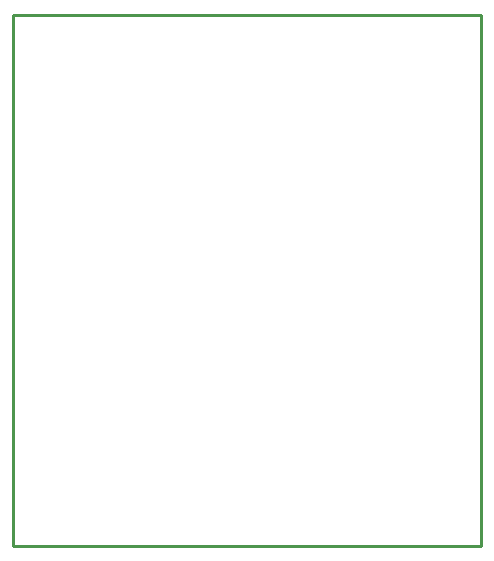
<source format=gko>
G04 Layer_Color=16711935*
%FSLAX44Y44*%
%MOMM*%
G71*
G01*
G75*
%ADD26C,0.2540*%
D26*
X229000Y220000D02*
Y670000D01*
Y220000D02*
X625000D01*
Y670000D01*
X229000D02*
X625000D01*
M02*

</source>
